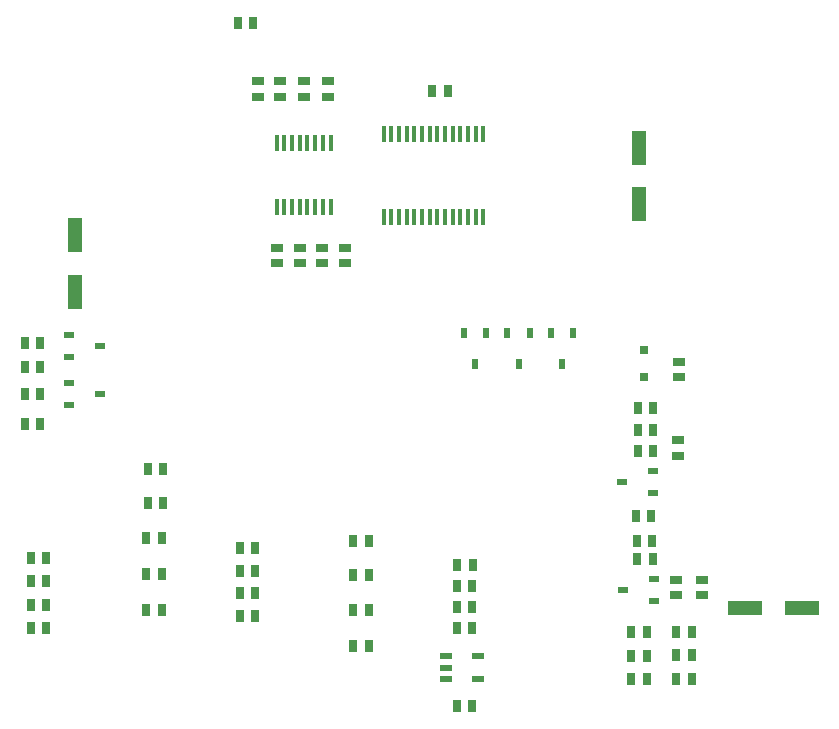
<source format=gtp>
G04*
G04 #@! TF.GenerationSoftware,Altium Limited,Altium Designer,24.8.2 (39)*
G04*
G04 Layer_Color=8421504*
%FSAX44Y44*%
%MOMM*%
G71*
G04*
G04 #@! TF.SameCoordinates,797AAC5B-F729-46B2-8772-93C60BB36BBD*
G04*
G04*
G04 #@! TF.FilePolarity,Positive*
G04*
G01*
G75*
%ADD16R,0.8000X0.8000*%
%ADD17R,0.9500X0.5500*%
%ADD18R,1.2000X3.0000*%
%ADD19R,0.8000X1.0000*%
%ADD20R,1.0000X0.8000*%
%ADD21R,3.0000X1.2000*%
%ADD22R,0.5500X0.9500*%
%ADD23R,1.0000X0.6000*%
%ADD24R,0.3500X1.4000*%
%ADD25R,0.4500X1.4500*%
D16*
X00628396Y00328930D02*
D03*
Y00351930D02*
D03*
D17*
X00167640Y00314960D02*
D03*
X00141640Y00305460D02*
D03*
Y00324460D02*
D03*
X00167640Y00355600D02*
D03*
X00141640Y00346100D02*
D03*
Y00365100D02*
D03*
X00635762Y00230682D02*
D03*
Y00249682D02*
D03*
X00609762Y00240182D02*
D03*
X00636570Y00139090D02*
D03*
Y00158090D02*
D03*
X00610570Y00148590D02*
D03*
D18*
X00146050Y00449320D02*
D03*
Y00401320D02*
D03*
X00623570Y00475240D02*
D03*
Y00523240D02*
D03*
D19*
X00622508Y00174752D02*
D03*
X00635508D02*
D03*
X00621238Y00211074D02*
D03*
X00634238D02*
D03*
X00636016Y00266700D02*
D03*
X00623016D02*
D03*
X00623062Y00302768D02*
D03*
X00636062D02*
D03*
X00117140Y00289560D02*
D03*
X00104140D02*
D03*
X00116840Y00314960D02*
D03*
X00103840D02*
D03*
X00116840Y00337820D02*
D03*
X00103840D02*
D03*
X00116840Y00358140D02*
D03*
X00103840D02*
D03*
X00482900Y00116840D02*
D03*
X00469900D02*
D03*
X00221280Y00251460D02*
D03*
X00208280D02*
D03*
X00220980Y00222250D02*
D03*
X00207980D02*
D03*
X00219710Y00193040D02*
D03*
X00206710D02*
D03*
X00219710Y00162560D02*
D03*
X00206710D02*
D03*
X00219710Y00132080D02*
D03*
X00206710D02*
D03*
X00394970Y00190500D02*
D03*
X00381970D02*
D03*
X00394970Y00161290D02*
D03*
X00381970D02*
D03*
X00394970Y00132080D02*
D03*
X00381970D02*
D03*
X00394970Y00101600D02*
D03*
X00381970D02*
D03*
X00284180Y00628650D02*
D03*
X00297180D02*
D03*
X00623016Y00283972D02*
D03*
X00636016D02*
D03*
X00622300Y00190500D02*
D03*
X00635300D02*
D03*
X00668560Y00073410D02*
D03*
X00655560D02*
D03*
Y00093410D02*
D03*
X00668560D02*
D03*
X00655560Y00113410D02*
D03*
X00668560D02*
D03*
X00617460Y00113100D02*
D03*
X00630460D02*
D03*
Y00093100D02*
D03*
X00617460D02*
D03*
Y00073100D02*
D03*
X00630460D02*
D03*
X00482900Y00050800D02*
D03*
X00469900D02*
D03*
Y00134620D02*
D03*
X00482900D02*
D03*
Y00152400D02*
D03*
X00469900D02*
D03*
X00483000Y00170000D02*
D03*
X00470000D02*
D03*
X00298750Y00127000D02*
D03*
X00285750D02*
D03*
X00298750Y00146050D02*
D03*
X00285750D02*
D03*
X00298750Y00165100D02*
D03*
X00285750D02*
D03*
X00298750Y00184150D02*
D03*
X00285750D02*
D03*
X00122210Y00116270D02*
D03*
X00109210D02*
D03*
X00122210Y00136270D02*
D03*
X00109210D02*
D03*
X00122210Y00156270D02*
D03*
X00109210D02*
D03*
X00122210Y00176270D02*
D03*
X00109210D02*
D03*
X00448922Y00570992D02*
D03*
X00461922D02*
D03*
D20*
X00655066Y00144226D02*
D03*
Y00157226D02*
D03*
X00677164Y00144226D02*
D03*
Y00157226D02*
D03*
X00657860Y00328930D02*
D03*
Y00341930D02*
D03*
X00656590Y00262590D02*
D03*
Y00275590D02*
D03*
X00374650Y00438450D02*
D03*
Y00425450D02*
D03*
X00355600D02*
D03*
Y00438450D02*
D03*
X00336550Y00425450D02*
D03*
Y00438450D02*
D03*
X00317500D02*
D03*
Y00425450D02*
D03*
X00360680Y00579420D02*
D03*
Y00566420D02*
D03*
X00340360D02*
D03*
Y00579420D02*
D03*
X00320040Y00566420D02*
D03*
Y00579420D02*
D03*
X00300990D02*
D03*
Y00566420D02*
D03*
D21*
X00713870Y00133350D02*
D03*
X00761870D02*
D03*
D22*
X00485140Y00340060D02*
D03*
X00475640Y00366060D02*
D03*
X00494640D02*
D03*
X00558800Y00340060D02*
D03*
X00549300Y00366060D02*
D03*
X00568300D02*
D03*
X00521970Y00340060D02*
D03*
X00512470Y00366060D02*
D03*
X00531470D02*
D03*
D23*
X00487680Y00092660D02*
D03*
Y00073660D02*
D03*
X00460680D02*
D03*
Y00083160D02*
D03*
Y00092660D02*
D03*
D24*
X00362750Y00527000D02*
D03*
X00356250D02*
D03*
X00349750D02*
D03*
X00343250D02*
D03*
X00336750D02*
D03*
X00330250D02*
D03*
X00323750D02*
D03*
X00317250D02*
D03*
X00362750Y00473000D02*
D03*
X00356250D02*
D03*
X00349750D02*
D03*
X00343250D02*
D03*
X00336750D02*
D03*
X00330250D02*
D03*
X00323750D02*
D03*
X00317250D02*
D03*
D25*
X00492250Y00535250D02*
D03*
X00485750D02*
D03*
X00479250D02*
D03*
X00472750D02*
D03*
X00466250D02*
D03*
X00459750D02*
D03*
X00453250D02*
D03*
X00446750D02*
D03*
X00440250D02*
D03*
X00433750D02*
D03*
X00427250D02*
D03*
X00420750D02*
D03*
X00414250D02*
D03*
X00407750D02*
D03*
X00492250Y00464750D02*
D03*
X00485750D02*
D03*
X00479250D02*
D03*
X00472750D02*
D03*
X00466250D02*
D03*
X00459750D02*
D03*
X00453250D02*
D03*
X00446750D02*
D03*
X00440250D02*
D03*
X00433750D02*
D03*
X00427250D02*
D03*
X00420750D02*
D03*
X00414250D02*
D03*
X00407750D02*
D03*
M02*

</source>
